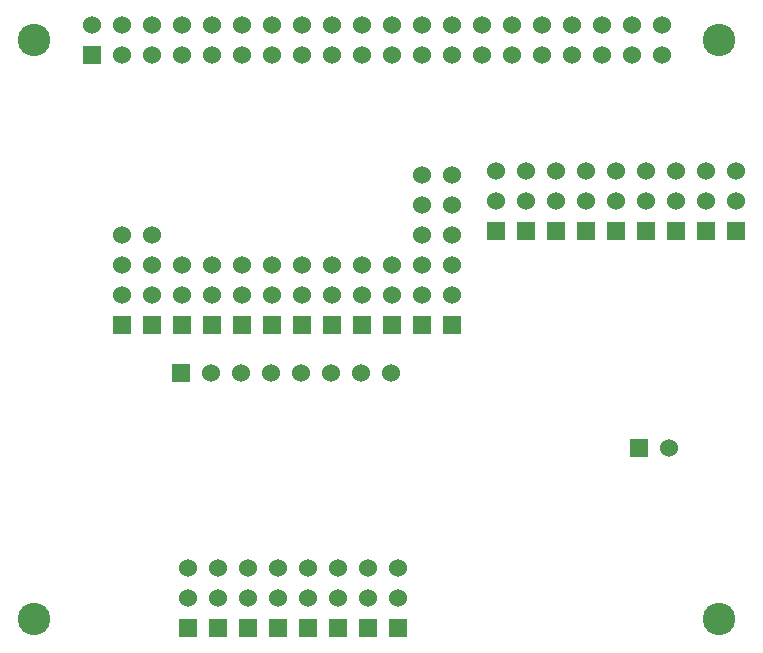
<source format=gbs>
G04 (created by PCBNEW (2013-05-31 BZR 4019)-stable) date 9/27/2014 4:43:03 PM*
%MOIN*%
G04 Gerber Fmt 3.4, Leading zero omitted, Abs format*
%FSLAX34Y34*%
G01*
G70*
G90*
G04 APERTURE LIST*
%ADD10C,0.00590551*%
%ADD11R,0.06X0.06*%
%ADD12C,0.06*%
%ADD13C,0.108268*%
G04 APERTURE END LIST*
G54D10*
G54D11*
X32854Y-28594D03*
G54D12*
X32854Y-27594D03*
X32854Y-26594D03*
X32854Y-25594D03*
G54D11*
X34854Y-28594D03*
G54D12*
X34854Y-27594D03*
X34854Y-26594D03*
G54D11*
X36854Y-28594D03*
G54D12*
X36854Y-27594D03*
X36854Y-26594D03*
G54D11*
X38854Y-28594D03*
G54D12*
X38854Y-27594D03*
X38854Y-26594D03*
G54D11*
X40854Y-28594D03*
G54D12*
X40854Y-27594D03*
X40854Y-26594D03*
G54D11*
X37854Y-28594D03*
G54D12*
X37854Y-27594D03*
X37854Y-26594D03*
G54D11*
X39854Y-28594D03*
G54D12*
X39854Y-27594D03*
X39854Y-26594D03*
G54D11*
X42854Y-28594D03*
G54D12*
X42854Y-27594D03*
X42854Y-26594D03*
X42854Y-25594D03*
X42854Y-24594D03*
X42854Y-23594D03*
G54D11*
X31854Y-28594D03*
G54D12*
X31854Y-27594D03*
X31854Y-26594D03*
X31854Y-25594D03*
G54D11*
X35854Y-28594D03*
G54D12*
X35854Y-27594D03*
X35854Y-26594D03*
G54D11*
X41854Y-28594D03*
G54D12*
X41854Y-27594D03*
X41854Y-26594D03*
X41854Y-25594D03*
X41854Y-24594D03*
X41854Y-23594D03*
G54D11*
X44309Y-25466D03*
G54D12*
X44309Y-24466D03*
X44309Y-23466D03*
G54D11*
X45309Y-25466D03*
G54D12*
X45309Y-24466D03*
X45309Y-23466D03*
G54D11*
X47309Y-25466D03*
G54D12*
X47309Y-24466D03*
X47309Y-23466D03*
G54D11*
X48309Y-25466D03*
G54D12*
X48309Y-24466D03*
X48309Y-23466D03*
G54D11*
X50309Y-25466D03*
G54D12*
X50309Y-24466D03*
X50309Y-23466D03*
G54D11*
X46309Y-25466D03*
G54D12*
X46309Y-24466D03*
X46309Y-23466D03*
G54D11*
X49309Y-25466D03*
G54D12*
X49309Y-24466D03*
X49309Y-23466D03*
G54D11*
X51309Y-25466D03*
G54D12*
X51309Y-24466D03*
X51309Y-23466D03*
G54D11*
X52309Y-25466D03*
G54D12*
X52309Y-24466D03*
X52309Y-23466D03*
G54D11*
X30854Y-19594D03*
G54D12*
X30854Y-18594D03*
X35854Y-19594D03*
X31854Y-18594D03*
X36854Y-19594D03*
X32854Y-18594D03*
X37854Y-19594D03*
X33854Y-18594D03*
X38854Y-19594D03*
X34854Y-18594D03*
X39854Y-19594D03*
X35854Y-18594D03*
X40854Y-19594D03*
X36854Y-18594D03*
X41854Y-19594D03*
X37854Y-18594D03*
X42854Y-19594D03*
X38854Y-18594D03*
X43854Y-19594D03*
X39854Y-18594D03*
X44854Y-19594D03*
X40854Y-18594D03*
X45854Y-19594D03*
X41854Y-18594D03*
X42854Y-18594D03*
X46854Y-19594D03*
X43854Y-18594D03*
X45854Y-18594D03*
X46854Y-18594D03*
X47854Y-18594D03*
X48854Y-18594D03*
X47854Y-19594D03*
X48854Y-19594D03*
X31854Y-19594D03*
X32854Y-19594D03*
X33854Y-19594D03*
X34854Y-19594D03*
X49854Y-19594D03*
X49854Y-18594D03*
X44854Y-18594D03*
G54D11*
X33854Y-28594D03*
G54D12*
X33854Y-27594D03*
X33854Y-26594D03*
X38809Y-30216D03*
X37809Y-30216D03*
G54D11*
X33809Y-30216D03*
G54D12*
X34809Y-30216D03*
X35809Y-30216D03*
X36809Y-30216D03*
X39809Y-30216D03*
X40809Y-30216D03*
G54D13*
X51771Y-38385D03*
X28937Y-38385D03*
X51771Y-19094D03*
X28937Y-19094D03*
G54D11*
X41059Y-38716D03*
G54D12*
X41059Y-37716D03*
X41059Y-36716D03*
G54D11*
X40059Y-38716D03*
G54D12*
X40059Y-37716D03*
X40059Y-36716D03*
G54D11*
X39059Y-38716D03*
G54D12*
X39059Y-37716D03*
X39059Y-36716D03*
G54D11*
X38059Y-38716D03*
G54D12*
X38059Y-37716D03*
X38059Y-36716D03*
G54D11*
X37059Y-38716D03*
G54D12*
X37059Y-37716D03*
X37059Y-36716D03*
G54D11*
X36059Y-38716D03*
G54D12*
X36059Y-37716D03*
X36059Y-36716D03*
G54D11*
X35059Y-38716D03*
G54D12*
X35059Y-37716D03*
X35059Y-36716D03*
G54D11*
X34059Y-38716D03*
G54D12*
X34059Y-37716D03*
X34059Y-36716D03*
G54D11*
X49100Y-32700D03*
G54D12*
X50100Y-32700D03*
M02*

</source>
